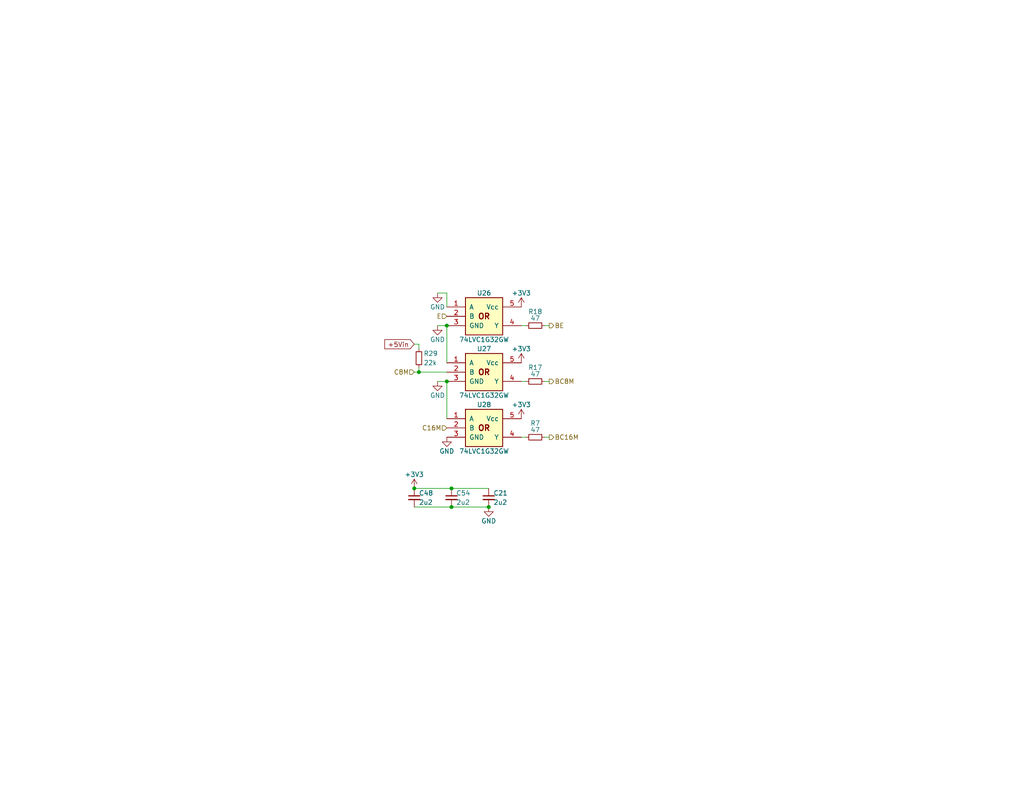
<source format=kicad_sch>
(kicad_sch (version 20231120) (generator "eeschema") (generator_version "8.0")
  (paper "USLetter")
  (title_block (title "WarpSE (GW4410A)") (date "2025-01-05") (rev "1.0") (company "Garrett's Workshop"))
  (lib_symbols
    (symbol "Device:C_Small" (pin_numbers hide) (pin_names (offset 0.254) hide)
      (property "Reference" "C" (at 0.254 1.778 0))
      (property "Value" "C_Small" (at 0.254 -2.032 0))
      (symbol "C_Small_0_1"
        (polyline (pts (xy -1.524 -0.508) (xy 1.524 -0.508)) (stroke (width 0.3302)))
        (polyline (pts (xy -1.524 0.508) (xy 1.524 0.508)) (stroke (width 0.3048)))
      )
      (symbol "C_Small_1_1"
        (pin passive line (at 0 2.54 270) (length 2.032) (name "~") (number "1"))
        (pin passive line (at 0 -2.54 90) (length 2.032) (name "~") (number "2"))
      )
    )
    (symbol "Device:R_Small" (pin_numbers hide) (pin_names (offset 0.254) hide)
      (property "Reference" "R" (at 0.762 0.508 0))
      (property "Value" "R_Small" (at 0.762 -1.016 0))
      (symbol "R_Small_0_1"
        (rectangle (start -0.762 1.778) (end 0.762 -1.778) (stroke (width 0.2032)))
      )
      (symbol "R_Small_1_1"
        (pin passive line (at 0 2.54 270) (length 0.762) (name "~") (number "1"))
        (pin passive line (at 0 -2.54 90) (length 0.762) (name "~") (number "2"))
      )
    )
    (symbol "GW_Logic:741G32GW" (pin_names (offset 1.016))
      (property "Reference" "U" (at 0 6.35 0))
      (property "Value" "741G32GW" (at 0 -6.35 0))
      (symbol "741G32GW_0_1"
        (rectangle (start -5.08 5.08) (end 5.08 -5.08) (stroke (width 0.254)) (fill (type background)))
      )
      (symbol "741G32GW_1_1"
        (text "OR" (at 0 0 0) (effects (font (size 1.524 1.524) (bold yes))))
        (pin input line (at -10.16 2.54 0) (length 5.08) (name "A") (number "1"))
        (pin input line (at -10.16 0 0) (length 5.08) (name "B") (number "2"))
        (pin power_in line (at -10.16 -2.54 0) (length 5.08) (name "GND") (number "3"))
        (pin output line (at 10.16 -2.54 180) (length 5.08) (name "Y") (number "4"))
        (pin power_in line (at 10.16 2.54 180) (length 5.08) (name "Vcc") (number "5"))
      )
    )
    (symbol "power:+3V3" (power) (pin_names (offset 0))
      (property "Value" "+3V3" (at 0 3.556 0))
      (symbol "+3V3_0_1"
        (polyline (pts (xy -0.762 1.27) (xy 0 2.54)))
        (polyline (pts (xy 0 0) (xy 0 2.54)))
        (polyline (pts (xy 0 2.54) (xy 0.762 1.27)))
      )
      (symbol "+3V3_1_1"
        (pin power_in line (at 0 0 90) (length 0) hide (name "+3V3") (number "1"))
      )
    )
    (symbol "power:GND" (power) (pin_names (offset 0))
      (property "Value" "GND" (at 0 -3.81 0))
      (symbol "GND_0_1"
        (polyline (pts (xy 0 0) (xy 0 -1.27) (xy 1.27 -1.27) (xy 0 -2.54) (xy -1.27 -1.27) (xy 0 -1.27)))
      )
      (symbol "GND_1_1"
        (pin power_in line (at 0 0 270) (length 0) hide (name "GND") (number "1"))
      )
    )
  )
  (junction (at 113.03 133.35))
  (junction (at 133.35 138.43))
  (junction (at 121.92 104.14))
  (junction (at 123.19 133.35))
  (junction (at 114.3 101.6))
  (junction (at 121.92 88.9))
  (junction (at 123.19 138.43))
  (wire (pts (xy 114.3 93.98) (xy 113.03 93.98)))
  (wire (pts (xy 119.38 80.01) (xy 121.92 80.01)))
  (wire (pts (xy 123.19 133.35) (xy 133.35 133.35)))
  (wire (pts (xy 121.92 80.01) (xy 121.92 83.82)))
  (wire (pts (xy 143.51 119.38) (xy 142.24 119.38)))
  (wire (pts (xy 123.19 138.43) (xy 133.35 138.43)))
  (wire (pts (xy 143.51 88.9) (xy 142.24 88.9)))
  (wire (pts (xy 143.51 104.14) (xy 142.24 104.14)))
  (wire (pts (xy 113.03 138.43) (xy 123.19 138.43)))
  (wire (pts (xy 121.92 104.14) (xy 121.92 114.3)))
  (wire (pts (xy 119.38 88.9) (xy 121.92 88.9)))
  (wire (pts (xy 121.92 88.9) (xy 121.92 99.06)))
  (wire (pts (xy 149.86 119.38) (xy 148.59 119.38)))
  (wire (pts (xy 114.3 100.33) (xy 114.3 101.6)))
  (wire (pts (xy 114.3 101.6) (xy 121.92 101.6)))
  (wire (pts (xy 114.3 93.98) (xy 114.3 95.25)))
  (wire (pts (xy 119.38 104.14) (xy 121.92 104.14)))
  (wire (pts (xy 113.03 133.35) (xy 123.19 133.35)))
  (wire (pts (xy 149.86 88.9) (xy 148.59 88.9)))
  (wire (pts (xy 149.86 104.14) (xy 148.59 104.14)))
  (wire (pts (xy 113.03 101.6) (xy 114.3 101.6)))
  (global_label "+5Vin" (shape input) (at 113.03 93.98 180) (property "Intersheetrefs" "${INTERSHEET_REFS}" (effects (hide yes))))
  (hierarchical_label "BE" (shape output) (at 149.86 88.9 0))
  (hierarchical_label "BC16M" (shape output) (at 149.86 119.38 0))
  (hierarchical_label "C16M" (shape input) (at 121.92 116.84 180))
  (hierarchical_label "E" (shape input) (at 121.92 86.36 180))
  (hierarchical_label "BC8M" (shape output) (at 149.86 104.14 0))
  (hierarchical_label "C8M" (shape input) (at 113.03 101.6 180))
  (symbol (lib_id "Device:C_Small") (at 113.03 135.89 0) (unit 1)
    (property "Reference" "C48" (at 114.3 134.62 0) (effects (justify left)))
    (property "Value" "2u2" (at 114.3 137.16 0) (effects (justify left)))
    (property "Footprint" "stdpads:C_0603" (effects (hide yes)))
    (property "LCSC Part" "C23630" (effects (hide yes)))
  )
  (symbol (lib_id "GW_Logic:741G32GW") (at 132.08 101.6 0) (unit 1)
    (property "Reference" "U27" (at 132.08 95.25 0))
    (property "Value" "74LVC1G32GW" (at 132.08 107.95 0))
    (property "Footprint" "stdpads:SOT-353" (effects (hide yes)))
    (property "LCSC Part" "C12516" (effects (hide yes)))
  )
  (symbol (lib_id "Device:R_Small") (at 146.05 88.9 270) (unit 1)
    (property "Reference" "R18" (at 146.05 85.09 90))
    (property "Value" "47" (at 146.05 87.63 90) (effects (justify bottom)))
    (property "Footprint" "stdpads:R_0603" (effects (hide yes)))
    (property "LCSC Part" "C23182" (effects (hide yes)))
  )
  (symbol (lib_id "power:GND") (at 121.92 119.38 0) (unit 1)
    (property "Reference" "#PWR02" (effects (hide yes)))
    (property "Value" "GND" (at 121.92 123.19 0))
  )
  (symbol (lib_id "power:GND") (at 133.35 138.43 0) (mirror y) (unit 1)
    (property "Reference" "#PWR019" (effects (hide yes)))
    (property "Value" "GND" (at 133.35 142.24 0))
  )
  (symbol (lib_id "Device:C_Small") (at 133.35 135.89 0) (unit 1)
    (property "Reference" "C21" (at 134.62 134.62 0) (effects (justify left)))
    (property "Value" "2u2" (at 134.62 137.16 0) (effects (justify left)))
    (property "Footprint" "stdpads:C_0603" (effects (hide yes)))
    (property "LCSC Part" "C23630" (effects (hide yes)))
  )
  (symbol (lib_id "Device:R_Small") (at 146.05 104.14 270) (unit 1)
    (property "Reference" "R17" (at 146.05 100.33 90))
    (property "Value" "47" (at 146.05 102.87 90) (effects (justify bottom)))
    (property "Footprint" "stdpads:R_0603" (effects (hide yes)))
    (property "LCSC Part" "C23182" (effects (hide yes)))
  )
  (symbol (lib_id "power:GND") (at 119.38 88.9 0) (unit 1)
    (property "Reference" "#PWR06" (effects (hide yes)))
    (property "Value" "GND" (at 119.38 92.71 0))
  )
  (symbol (lib_id "Device:C_Small") (at 123.19 135.89 0) (unit 1)
    (property "Reference" "C54" (at 124.46 134.62 0) (effects (justify left)))
    (property "Value" "2u2" (at 124.46 137.16 0) (effects (justify left)))
    (property "Footprint" "stdpads:C_0603" (effects (hide yes)))
    (property "LCSC Part" "C23630" (effects (hide yes)))
  )
  (symbol (lib_id "power:+3V3") (at 113.03 133.35 0) (unit 1)
    (property "Reference" "#PWR018" (effects (hide yes)))
    (property "Value" "+3V3" (at 113.03 129.54 0))
  )
  (symbol (lib_id "GW_Logic:741G32GW") (at 132.08 86.36 0) (unit 1)
    (property "Reference" "U26" (at 132.08 80.01 0))
    (property "Value" "74LVC1G32GW" (at 132.08 92.71 0))
    (property "Footprint" "stdpads:SOT-353" (effects (hide yes)))
    (property "LCSC Part" "C12516" (effects (hide yes)))
  )
  (symbol (lib_id "GW_Logic:741G32GW") (at 132.08 116.84 0) (unit 1)
    (property "Reference" "U28" (at 132.08 110.49 0))
    (property "Value" "74LVC1G32GW" (at 132.08 123.19 0))
    (property "Footprint" "stdpads:SOT-353" (effects (hide yes)))
    (property "LCSC Part" "C12516" (effects (hide yes)))
  )
  (symbol (lib_id "power:GND") (at 119.38 80.01 0) (unit 1)
    (property "Reference" "#PWR028" (effects (hide yes)))
    (property "Value" "GND" (at 119.38 83.82 0))
  )
  (symbol (lib_id "power:GND") (at 119.38 104.14 0) (unit 1)
    (property "Reference" "#PWR04" (effects (hide yes)))
    (property "Value" "GND" (at 119.38 107.95 0))
  )
  (symbol (lib_id "power:+3V3") (at 142.24 114.3 0) (unit 1)
    (property "Reference" "#PWR017" (effects (hide yes)))
    (property "Value" "+3V3" (at 142.24 110.49 0))
  )
  (symbol (lib_id "power:+3V3") (at 142.24 99.06 0) (unit 1)
    (property "Reference" "#PWR013" (effects (hide yes)))
    (property "Value" "+3V3" (at 142.24 95.25 0))
  )
  (symbol (lib_id "Device:R_Small") (at 146.05 119.38 270) (unit 1)
    (property "Reference" "R7" (at 146.05 115.57 90))
    (property "Value" "47" (at 146.05 118.11 90) (effects (justify bottom)))
    (property "Footprint" "stdpads:R_0603" (effects (hide yes)))
    (property "LCSC Part" "C23182" (effects (hide yes)))
  )
  (symbol (lib_id "Device:R_Small") (at 114.3 97.79 0) (unit 1)
    (property "Reference" "R29" (at 115.57 96.52 0) (effects (justify left)))
    (property "Value" "22k" (at 115.57 99.06 0) (effects (justify left)))
    (property "Footprint" "stdpads:R_0805" (effects (hide yes)))
    (property "Description" "Resistor, small symbol" (effects (hide yes)))
    (property "LCSC Part" "C17560" (effects (hide yes)))
  )
  (symbol (lib_id "power:+3V3") (at 142.24 83.82 0) (unit 1)
    (property "Reference" "#PWR016" (effects (hide yes)))
    (property "Value" "+3V3" (at 142.24 80.01 0))
  )
)
</source>
